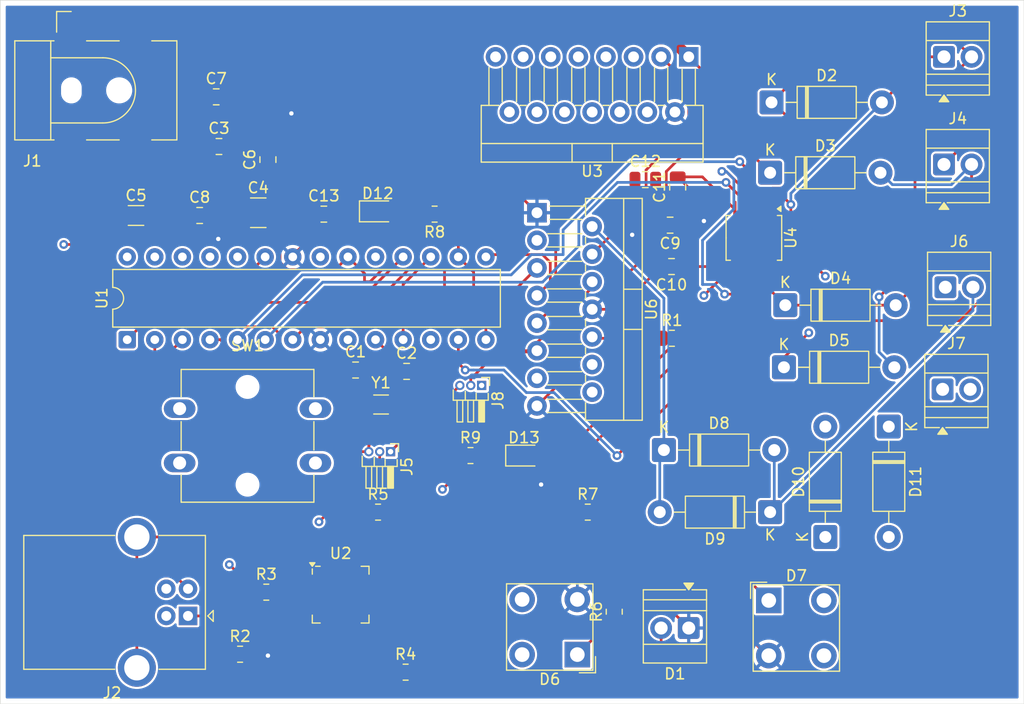
<source format=kicad_pcb>
(kicad_pcb (version 20241229) (generator "pcbnew") (generator_version "9.0")
  (layers (0 "F.Cu" signal) (4 "In1.Cu" signal) (6 "In2.Cu" signal) (2 "B.Cu" signal) (13 "F.Paste" user) (15 "B.Paste" user) (5 "F.SilkS" user "F.Silkscreen") (7 "B.SilkS" user "B.Silkscreen") (1 "F.Mask" user) (3 "B.Mask" user) (25 "Edge.Cuts" user))
  (net 0 "")
  (net 1 "Net-(U1-XTAL1{slash}PB6)")
  (net 2 "GND")
  (net 3 "Net-(U1-XTAL2{slash}PB7)")
  (net 4 "VCC")
  (net 5 "Net-(J2-VBUS)")
  (net 6 "12V")
  (net 7 "5V")
  (net 8 "+12V")
  (net 9 "+5V")
  (net 10 "/PWR")
  (net 11 "Net-(D2-K)")
  (net 12 "Net-(D2-A)")
  (net 13 "Net-(D3-K)")
  (net 14 "Net-(D3-A)")
  (net 15 "Net-(D6-K)")
  (net 16 "Net-(D7-K)")
  (net 17 "Net-(D8-A)")
  (net 18 "Net-(D8-K)")
  (net 19 "Net-(D10-K)")
  (net 20 "Net-(D10-A)")
  (net 21 "Net-(D12-K)")
  (net 22 "Net-(D13-K)")
  (net 25 "Net-(J2-D-)")
  (net 26 "Net-(J2-D+)")
  (net 27 "Net-(J2-GND)")
  (net 28 "Net-(J5-Pin_2)")
  (net 29 "Net-(J5-Pin_3)")
  (net 30 "Net-(J8-Pin_2)")
  (net 31 "Net-(U1-PB4)")
  (net 32 "Net-(U2-D-)")
  (net 33 "Net-(U2-D+)")
  (net 34 "Net-(U2-CHR1)")
  (net 35 "Net-(SW1-A)")
  (net 38 "Net-(U1-PB0)")
  (net 39 "Net-(U1-PD4)")
  (net 42 "Net-(U1-PD7)")
  (net 43 "/RX")
  (net 44 "Net-(U1-PB1)")
  (net 45 "Net-(U1-PB5)")
  (net 46 "Net-(U1-PD6)")
  (net 47 "Net-(U1-PD3)")
  (net 50 "/TX")
  (footprint "Diode_THT:D_DO-41_SOD81_P10.16mm_Horizontal" (layer "F.Cu") (at 186.436 65.913)
    (property "Reference" "D3")
    (property "Value" "1N4007")
  )
  (footprint "Resistor_SMD:R_0805_2012Metric" (layer "F.Cu") (at 169.6485 97.155)
    (property "Reference" "R7")
    (property "Value" "330 Ohms")
  )
  (footprint "TerminalBlock:TerminalBlock_Xinya_XY308-2.54-2P_1x02_P2.54mm_Horizontal" (layer "F.Cu") (at 202.565 76.454)
    (property "Reference" "J6")
    (property "Value" "Motor_C")
  )
  (footprint "Resistor_SMD:R_0805_2012Metric" (layer "F.Cu") (at 155.5515 69.723 180)
    (property "Reference" "R8")
    (property "Value" "330 Ohms")
  )
  (footprint "Diode_THT:D_DO-41_SOD81_P10.16mm_Horizontal" (layer "F.Cu") (at 197.358 89.281 -90)
    (property "Reference" "D11")
    (property "Value" "1N4007")
  )
  (footprint "Capacitor_SMD:C_0805_2012Metric" (layer "F.Cu") (at 133.924 69.85)
    (property "Reference" "C8")
    (property "Value" "1000uF")
  )
  (footprint "TerminalBlock:TerminalBlock_Xinya_XY308-2.54-2P_1x02_P2.54mm_Horizontal" (layer "F.Cu") (at 202.311 85.852)
    (property "Reference" "J7")
    (property "Value" "Motor_D")
  )
  (footprint "Package_DFN_QFN:QFN-28-1EP_5x5mm_P0.5mm_EP3.35x3.35mm" (layer "F.Cu") (at 146.902 104.751)
    (property "Reference" "U2")
    (property "Value" "CP2102N-Axx-xQFN28")
  )
  (footprint "LED_THT:LED_BL-FL7680RGB" (layer "F.Cu") (at 186.309 105.283)
    (property "Reference" "D7")
    (property "Value" "LED")
  )
  (footprint "Diode_THT:D_DO-41_SOD81_P10.16mm_Horizontal" (layer "F.Cu") (at 176.657 91.44)
    (property "Reference" "D8")
    (property "Value" "1N4007")
  )
  (footprint "Resistor_SMD:R_0805_2012Metric" (layer "F.Cu") (at 150.3445 97.155)
    (property "Reference" "R5")
    (property "Value" "10 Ohms")
  )
  (footprint "Capacitor_SMD:C_0805_2012Metric" (layer "F.Cu") (at 174.945 66.548)
    (property "Reference" "C12")
    (property "Value" "100nF")
  )
  (footprint "Resistor_SMD:R_0805_2012Metric" (layer "F.Cu") (at 158.8535 91.948)
    (property "Reference" "R9")
    (property "Value" "330 Ohms")
  )
  (footprint "Capacitor_SMD:C_0805_2012Metric" (layer "F.Cu") (at 177.231 70.739 180)
    (property "Reference" "C9")
    (property "Value" "100 nF")
  )
  (footprint "Connector_PinHeader_1.00mm:PinHeader_1x03_P1.00mm_Horizontal" (layer "F.Cu") (at 151.495 91.589 -90)
    (property "Reference" "J5")
    (property "Value" "Conn_01x03")
  )
  (footprint "Capacitor_SMD:C_0805_2012Metric" (layer "F.Cu") (at 177.927 67.244 90)
    (property "Reference" "C11")
    (property "Value" "100nF")
  )
  (footprint "Diode_THT:D_DO-41_SOD81_P10.16mm_Horizontal" (layer "F.Cu") (at 186.563 59.436)
    (property "Reference" "D2")
    (property "Value" "1N4007")
  )
  (footprint "Diode_THT:D_DO-41_SOD81_P10.16mm_Horizontal" (layer "F.Cu") (at 187.833 78.105)
    (property "Reference" "D4")
    (property "Value" "1N4007")
  )
  (footprint "Capacitor_SMD:C_0805_2012Metric" (layer "F.Cu") (at 145.354 69.723)
    (property "Reference" "C13")
    (property "Value" "C")
  )
  (footprint "Diode_THT:D_DO-41_SOD81_P10.16mm_Horizontal" (layer "F.Cu") (at 187.706 83.82)
    (property "Reference" "D5")
    (property "Value" "1N4007")
  )
  (footprint "LED_SMD:LED_0805_2012Metric" (layer "F.Cu") (at 150.3195 69.469)
    (property "Reference" "D12")
    (property "Value" "LED")
  )
  (footprint "TerminalBlock:TerminalBlock_Xinya_XY308-2.54-2P_1x02_P2.54mm_Horizontal" (layer "F.Cu") (at 178.943 107.823 180)
    (property "Reference" "D1")
    (property "Value" "LED")
  )
  (footprint "Resistor_SMD:R_0805_2012Metric" (layer "F.Cu") (at 177.3955 81.153)
    (property "Reference" "R1")
    (property "Value" "10k")
  )
  (footprint "LED_THT:LED_BL-FL7680RGB" (layer "F.Cu") (at 168.688 110.268 180)
    (property "Reference" "D6")
    (property "Value" "LED")
  )
  (footprint "Diode_THT:D_DO-41_SOD81_P10.16mm_Horizontal" (layer "F.Cu") (at 191.516 99.441 90)
    (property "Reference" "D10")
    (property "Value" "1N4007")
  )
  (footprint "Connector_USB:USB_B_OST_USB-B1HSxx_Horizontal" (layer "F.Cu") (at 132.853 106.711 180)
    (property "Reference" "J2")
    (property "Value" "USB_B_Micro")
  )
  (footprint "Package_SO:PowerSSO-16-1EP_3.9x4.9mm_P0.5mm_EP2.5x3.61mm" (layer "F.Cu") (at 184.94 71.91 -90)
    (property "Reference" "U4")
    (property "Value" "L298N")
  )
  (footprint "Package_TO_SOT_THT:TO-220-15_P2.54x5.08mm_StaggerOdd_Lead4.58mm_Vertical" (layer "F.Cu") (at 178.943 55.245 180)
    (property "Reference" "U3")
    (property "Value" "L7805")
  )
  (footprint "Capacitor_SMD:C_0805_2012Metric" (layer "F.Cu") (at 148.275 84.074)
    (property "Reference" "C1")
    (property "Value" "22pF")
  )
  (footprint "Resistor_SMD:R_0805_2012Metric" (layer "F.Cu") (at 140.0575 104.521)
    (property "Reference" "R3")
    (property "Value" "22 Ohm")
  )
  (footprint "Resistor_SMD:R_0805_2012Metric" (layer "F.Cu") (at 137.6445 110.236)
    (property "Reference" "R2")
    (property "Value" "22 Ohm")
  )
  (footprint "Package_DIP:DIP-28_W7.62mm" (layer "F.Cu") (at 127.254 81.28 90)
    (property "Reference" "U1")
    (property "Value" "ATmega328P-P")
  )
  (footprint "TerminalBlock:TerminalBlock_Xinya_XY308-2.54-2P_1x02_P2.54mm_Horizontal" (layer "F.Cu") (at 202.438 65.151)
    (property "Reference" "J4")
    (property "Value" "Motor_B")
  )
  (footprint "Button_Switch_THT:SW_SPST_Omron_B3F-40xx" (layer "F.Cu") (at 132.08 87.63)
    (property "Reference" "SW1")
    (property "Value" "SW_SPST")
  )
  (footprint "Capacitor_SMD:C_0805_2012Metric" (layer "F.Cu") (at 135.448 58.928)
    (property "Reference" "C7")
    (property "Value" "100nF")
  )
  (footprint "Resistor_SMD:R_0805_2012Metric" (layer "F.Cu") (at 152.8845 111.887)
    (property "Reference" "R4")
    (property "Value" "330 Ohm")
  )
  (footprint "Diode_THT:D_DO-41_SOD81_P10.16mm_Horizontal" (layer "F.Cu") (at 186.436 97.155 180)
    (property "Reference" "D9")
    (property "Value" "1N4007")
  )
  (footprint "Capacitor_SMD:C_0805_2012Metric" (layer "F.Cu") (at 135.702 63.5)
    (property "Reference" "C3")
    (property "Value" "100nF")
  )
  (footprint "TerminalBlock:TerminalBlock_Xinya_XY308-2.54-2P_1x02_P2.54mm_Horizontal" (layer "F.Cu") (at 202.438 55.245)
    (property "Reference" "J3")
    (property "Value" "Motor_A")
  )
  (footprint "Crystal:Crystal_SMD_3215-2Pin_3.2x1.5mm" (layer "F.Cu") (at 150.622 87.249)
    (property "Reference" "Y1")
    (property "Value" "22pF")
  )
  (footprint "Capacitor_SMD:C_0805_2012Metric" (layer "F.Cu") (at 140.208 64.704 90)
    (property "Reference" "C6")
    (property "Value" "C")
  )
  (footprint "Connector_PinHeader_1.00mm:PinHeader_1x03_P1.00mm_Horizontal" (layer "F.Cu") (at 159.877 85.493 -90)
    (property "Reference" "J8")
    (property "Value" "Conn_01x03")
  )
  (footprint "Capacitor_SMD:C_1206_3216Metric" (layer "F.Cu") (at 128.065 69.85)
    (property "Reference" "C5")
    (property "Value" "4.7uF")
  )
  (footprint "Connector_BarrelJack:BarrelJack_CLIFF_FC681465S_SMT_Horizontal" (layer "F.Cu") (at 125.016 58.332)
    (property "Reference" "J1")
    (property "Value" "Barrel_Jack_Switch")
  )
  (footprint "Capacitor_SMD:C_0805_2012Metric" (layer "F.Cu") (at 177.358 74.549 180)
    (property "Reference" "C10")
    (property "Value" "100nF")
  )
  (footprint "Capacitor_SMD:C_0805_2012Metric" (layer "F.Cu") (at 152.974 84.201)
    (property "Reference" "C2")
    (property "Value" "22pF")
  )
  (footprint "Capacitor_SMD:C_1210_3225Metric" (layer "F.Cu") (at 139.319 69.596)
    (property "Reference" "C4")
    (property "Value" "10uF")
  )
  (footprint "LED_SMD:LED_0805_2012Metric" (layer "F.Cu") (at 163.7815 91.948)
    (property "Reference" "D13")
    (property "Value" "LED")
  )
  (footprint "Resistor_SMD:R_0805_2012Metric" (layer "F.Cu") (at 172.085 106.3225 90)
    (property "Reference" "R6")
    (property "Value" "330 Ohms")
  )
  (footprint "Package_TO_SOT_THT:TO-220-15_P2.54x5.08mm_StaggerOdd_Lead4.58mm_Vertical" (layer "F.Cu") (at 164.973 69.596 -90)
    (property "Reference" "U6")
    (property "Value" "L298N")
  )
  (gr_rect (start 115.57 50.038) (end 209.804 114.808) (stroke (width 0.05)) (fill no) (layer "Edge.Cuts"))
  (segment (start 149.225 87.102) (end 149.372 87.249) (width 0.25) (layer "F.Cu") (net 1))
  (segment (start 147.574 82.423) (end 149.225 84.074) (width 0.25) (layer "F.Cu") (net 1))
  (segment (start 147.574 81.28) (end 147.574 82.423) (width 0.25) (layer "F.Cu") (net 1))
  (segment (start 149.225 84.074) (end 149.225 87.102) (width 0.25) (layer "F.Cu") (net 1))
  (segment (start 178.978 68.689514) (end 178.978 67.345) (width 0.25) (layer "F.Cu") (net 2))
  (segment (start 136.652 68.072) (end 134.874 69.85) (width 0.25) (layer "F.Cu") (net 2))
  (segment (start 183.19 69.285) (end 180.199 66.294) (width 0.25) (layer "F.Cu") (net 2))
  (segment (start 152.698 88.475) (end 153.924 87.249) (width 0.25) (layer "F.Cu") (net 2))
  (segment (start 136.398 61.862) (end 137.414 62.878) (width 0.15) (layer "F.Cu") (net 2))
  (segment (start 175.895 66.548) (end 175.895 67.708514) (width 0.25) (layer "F.Cu") (net 2))
  (segment (start 136.652 63.5) (end 136.652 68.072) (width 0.25) (layer "F.Cu") (net 2))
  (segment (start 145.034 81.28) (end 146.177 82.423) (width 0.25) (layer "F.Cu") (net 2))
  (segment (start 164.973 69.596) (end 163.252 67.875) (width 0.25) (layer "F.Cu") (net 2))
  (segment (start 178.647514 69.02) (end 178.689 68.978514) (width 0.25) (layer "F.Cu") (net 2))
  (segment (start 141.309 63.237774) (end 140.949226 62.878) (width 0.25) (layer "F.Cu") (net 2))
  (segment (start 164.719 93.98) (end 165.354 94.615) (width 0.25) (layer "F.Cu") (net 2))
  (segment (start 176.281 70.739) (end 176.281 74.422) (width 0.25) (layer "F.Cu") (net 2))
  (segment (start 176.281 72.258) (end 170.053 78.486) (width 0.25) (layer "F.Cu") (net 2))
  (segment (start 142.551 106.11219) (end 142.551 108.02) (width 0.25) (layer "F.Cu") (net 2))
  (segment (start 164.973 87.376) (end 168.827 83.522) (width 0.25) (layer "F.Cu") (net 2))
  (segment (start 140.208 65.654) (end 141.309 64.553) (width 0.25) (layer "F.Cu") (net 2))
  (segment (start 146.177 82.926) (end 147.325 84.074) (width 0.25) (layer "F.Cu") (net 2))
  (segment (start 177.673 66.548) (end 177.927 66.294) (width 0.25) (layer "F.Cu") (net 2))
  (segment (start 140.794 66.24) (end 140.208 65.654) (width 0.25) (layer "F.Cu") (net 2))
  (segment (start 186.309 110.363) (end 186.182 110.363) (width 0.25) (layer "F.Cu") (net 2))
  (segment (start 142.367 60.452) (end 139.7 60.452) (width 0.25) (layer "F.Cu") (net 2))
  (segment (start 156.629986 67.875) (end 155.4775 69.027486) (width 0.25) (layer "F.Cu") (net 2))
  (segment (start 175.895 66.548) (end 175.895 66.802) (width 0.25) (layer "F.Cu") (net 2))
  (segment (start 155.147014 70.749) (end 152.537 70.749) (width 0.25) (layer "F.Cu") (net 2))
  (segment (start 183.642 107.823) (end 178.943 107.823) (width 0.25) (layer "F.Cu") (net 2))
  (segment (start 137.274 62.878) (end 136.652 63.5) (width 0.25) (layer "F.Cu") (net 2))
  (segment (start 175.392 71.628) (end 173.736 71.628) (width 0.25) (layer "F.Cu") (net 2))
  (segment (start 168.827 83.522) (end 168.827 79.712) (width 0.25) (layer "F.Cu") (net 2))
  (segment (start 142.494 73.533) (end 142.494 73.66) (width 0.25) (layer "F.Cu") (net 2))
  (segment (start 175.895 66.802) (end 176.281 67.188) (width 0.25) (layer "F.Cu") (net 2))
  (segment (start 150.231 70.495) (end 147.076 70.495) (width 0.25) (layer "F.Cu") (net 2))
  (segment (start 180.068486 70.358) (end 178.689 68.978514) (width 0.25) (layer "F.Cu") (net 2))
  (segment (start 176.281 70.739) (end 176.281 72.258) (width 0.25) (layer "F.Cu") (net 2))
  (segment (start 151.257 69.469) (end 150.231 70.495) (width 0.25) (layer "F.Cu") (net 2))
  (segment (start 176.281 70.739) (end 175.392 71.628) (width 0.25) (layer "F.Cu") (net 2))
  (segment (start 147.325 87.254) (end 148.546 88.475) (width 0.25) (layer "F.Cu") (net 2))
  (segment (start 142.91219 105.751) (end 142.551 106.11219) (width 0.25) (layer "F.Cu") (net 2))
  (segment (start 180.34 70.358) (end 180.068486 70.358) (width 0.25) (layer "F.Cu") (net 2))
  (segment (start 144.452 105.751) (end 142.91219 105.751) (width 0.25) (layer "F.Cu") (net 2))
  (segment (start 168.827 79.712) (end 170.053 78.486) (width 0.25) (layer "F.Cu") (net 2))
  (segment (start 139.7 60.452) (end 136.652 63.5) (width 0.25) (layer "F.Cu") (net 2))
  (segment (start 177.206486 69.02) (end 178.647514 69.02) (width 0.25) (layer "F.Cu") (net 2))
  (segment (start 153.924 87.249) (end 153.924 84.201) (width 0.25) (layer "F.Cu") (net 2))
  (segment (start 142.551 108.02) (end 140.208 110.363) (width 0.25) (layer "F.Cu") (net 2))
  (segment (start 170.053 78.486) (end 172.471 78.486) (width 0.25) (layer "F.Cu") (net 2))
  (segment (start 146.177 82.423) (end 146.177 82.926) (width 0.25) (layer "F.Cu") (net 2))
  (segment (start 168.688 105.188) (end 169.8965 106.3965) (width 0.25) (layer "F.Cu") (net 2))
  (segment (start 176.281 74.422) (end 176.408 74.549) (width 0.25) (layer "F.Cu") (net 2))
  (segment (start 137.414 62.878) (end 137.274 62.878) (width 0.25) (layer "F.Cu") (net 2))
  (segment (start 169.8965 106.3965) (end 177.5165 106.3965) (width 0.25) (layer "F.Cu") (net 2))
  (segment (start 148.546 88.475) (end 152.698 88.475) (width 0.25) (layer "F.Cu") (net 2))
  (segment (start 129.54 69.85) (end 129.54 65.356) (width 0.25) (layer "F.Cu") (net 2))
  (segment (start 178.978 67.345) (end 177.927 66.294) (width 0.25) (layer "F.Cu") (net 2))
  (segment (start 180.199 66.294) (end 177.927 66.294) (width 0.25) (layer "F.Cu") (net 2))
  (segment (start 140.794 71.96) (end 142.494 73.66) (width 0.25) (layer "F.Cu") (net 2))
  (segment (start 129.54 65.356) (end 128.016 63.832) (width 0.25) (layer "F.Cu") (net 2))
  (segment (start 140.794 69.596) (end 140.794 71.96) (width 0.25) (layer "F.Cu") (net 2))
  (segment (start 177.5165 106.3965) (end 178.943 107.823) (width 0.25) (layer "F.Cu") (net 2))
  (segment (start 136.398 58.928) (end 136.398 61.862) (width 0.15) (layer "F.Cu") (net 2))
  (segment (start 175.895 67.708514) (end 177.206486 69.02) (width 0.25) (layer "F.Cu") (net 2))
  (segment (start 172.471 78.486) (end 176.408 74.549) (width 0.25) (layer "F.Cu") (net 2))
  (segment (start 155.4775 69.027486) (end 155.4775 70.418514) (width 0.25) (layer "F.Cu") (net 2))
  (segment (start 178.689 68.978514) (end 178.978 68.689514) (width 0.25) (layer "F.Cu") (net 2))
  (segment (start 163.252 67.875) (end 156.629986 67.875) (width 0.25) (layer "F.Cu") (net 2))
  (segment (start 164.719 91.948) (end 164.719 93.98) (width 0.25) (layer "F.Cu") (net 2))
  (segment (start 140.794 69.596) (end 140.794 66.24) (width 0.25) (layer "F.Cu") (net 2))
  (segment (start 186.182 110.363) (end 183.642 107.823) (width 0.25) (layer "F.Cu") (net 2))
  (segment (start 140.949226 62.878) (end 137.414 62.878) (width 0.25) (layer "F.Cu") (net 2))
  (segment (start 131.699 72.009) (end 135.636 72.009) (width 0.25) (layer "F.Cu") (net 2))
  (segment (start 141.309 64.553) (end 141.309 63.237774) (width 0.25) (layer "F.Cu") (net 2))
  (segment (start 152.537 70.749) (end 151.257 69.469) (width 0.25) (layer "F.Cu") (net 2))
  (segment (start 146.304 69.723) (end 142.494 73.533) (width 0.25) (layer "F.Cu") (net 2))
  (segment (start 129.54 69.85) (end 131.699 72.009) (width 0.25) (layer "F.Cu") (net 2))
  (segment (start 147.325 84.074) (end 147.325 87.254) (width 0.25) (layer "F.Cu") (net 2))
  (segment (start 147.076 70.495) (end 146.304 69.723) (width 0.25) (layer "F.Cu") (net 2))
  (segment (start 155.4775 70.418514) (end 155.147014 70.749) (width 0.25) (layer "F.Cu") (net 2))
  (via (at 140.208 110.363) (size 0.8) (drill 0.4) (layers "F.Cu" "B.Cu") (net 2))
  (via (at 142.367 60.452) (size 0.8) (drill 0.4) (layers "F.Cu" "B.Cu") (net 2))
  (via (at 165.354 94.615) (size 0.8) (drill 0.4) (layers "F.Cu" "B.Cu") (net 2))
  (via (at 173.736 71.628) (size 0.8) (drill 0.4) (layers "F.Cu" "B.Cu") (net 2))
  (via (at 180.34 70.358) (size 0.8) (drill 0.4) (layers "F.Cu" "B.Cu") (net 2))
  (via (at 135.636 72.009) (size 0.8) (drill 0.4) (layers "F.Cu" "B.Cu") (net 2))
  (segment (start 163.703 88.646) (end 164.973 87.376) (width 0.25) (layer "B.Cu") (net 2))
  (segment (start 168.688 91.091) (end 164.973 87.376) (width 0.25) (layer "B.Cu") (net 2))
  (segment (start 168.688 105.188) (end 168.688 91.091) (width 0.25) (layer "B.Cu") (net 2))
  (segment (start 161.417 94.742) (end 161.417 88.646) (width 0.25) (layer "B.Cu") (net 2))
  (segment (start 165.354 94.615) (end 161.544 94.615) (width 0.25) (layer "B.Cu") (net 2))
  (segment (start 161.544 94.615) (end 161.417 94.742) (width 0.25) (layer "B.Cu") (net 2))
  (segment (start 161.417 88.646) (end 163.703 88.646) (width 0.25) (layer "B.Cu") (net 2))
  (segment (start 152.024 84.201) (end 152.024 83.19) (width 0.25) (layer "F.Cu") (net 3))
  (segment (start 152.024 83.19) (end 150.114 81.28) (width 0.25) (layer "F.Cu") (net 3))
  (segment (start 151.872 87.249) (end 151.872 84.353) (width 0.25) (layer "F.Cu") (net 3))
  (segment (start 151.872 84.353) (end 152.024 84.201) (width 0.25) (layer "F.Cu") (net 3))
  (segment (start 143.67 80.104) (end 147.873116 80.104) (width 0.25) (layer "F.Cu") (net 4))
  (segment (start 139.107 64.855) (end 139.107 70.981521) (width 0.25) (layer "F.Cu") (net 4))
  (segment (start 139.107 70.981521) (end 141.318 73.192521) (width 0.25) (layer "F.Cu") (net 4))
  (segment (start 153.141116 72.484) (end 151.978884 72.484) (width 0.25) (layer "F.Cu") (net 4))
  (segment (start 133.998 70.591226) (end 134.357774 70.951) (width 0.25) (layer "F.Cu") (net 4))
  (segment (start 153.83 74.147116) (end 153.83 73.172884) (width 0.25) (layer "F.Cu") (net 4))
  (segment (start 142.006884 74.836) (end 146.398 74.836) (width 0.25) (layer "F.Cu") (net 4))
  (segment (start 137.844 69.596) (end 137.844 66.118) (width 0.25) (layer "F.Cu") (net 4))
  (segment (start 141.318 74.147116) (end 142.006884 74.836) (width 0.25) (layer "F.Cu") (net 4))
  (segment (start 149.098 75.946) (end 149.098 75.184) (width 0.25) (layer "F.Cu") (net 4))
  (segment (start 151.29 73.172884) (end 151.29 74.262) (width 0.25) (layer "F.Cu") (net 4))
  (segment (start 151.29 74.262) (end 149.606 75.946) (width 0.25) (layer "F.Cu") (net 4))
  (segment (start 134.357774 70.951) (end 136.489 70.951) (width 0.25) (layer "F.Cu") (net 4))
  (segment (start 133.998 64.254) (end 133.998 70.591226) (width 0.25) (layer "F.Cu") (net 4))
  (segment (start 151.978884 72.484) (end 151.29 73.172884) (width 0.25) (layer "F.Cu") (net 4))
  (segment (start 141.318 73.192521) (end 141.318 74.147116) (width 0.25) (layer "F.Cu") (net 4))
  (segment (start 140.208 63.754) (end 139.107 64.855) (width 0.25) (layer "F.Cu") (net 4))
  (segment (start 147.873116 80.104) (end 153.83 74.147116) (width 0.25) (layer "F.Cu") (net 4))
  (segment (start 146.398 74.836) (end 147.574 73.66) (width 0.25) (layer "F.Cu") (net 4))
  (segment (start 149.098 75.184) (end 147.574 73.66) (width 0.25) (layer "F.Cu") (net 4))
  (segment (start 153.83 73.172884) (end 153.141116 72.484) (width 0.25) (layer "F.Cu") (net 4))
  (segment (start 149.606 75.946) (end 149.098 75.946) (width 0.25) (layer "F.Cu") (net 4))
  (segment (start 137.844 66.118) (end 140.208 63.754) (width 0.25) (layer "F.Cu") (net 4))
  (segment (start 134.752 63.5) (end 133.998 64.254) (width 0.25) (layer "F.Cu") (net 4))
  (segment (start 142.494 81.28) (end 143.67 80.104) (width 0.25) (layer "F.Cu") (net 4))
  (segment (start 136.489 70.951) (end 137.844 69.596) (width 0.25) (layer "F.Cu") (net 4))
  (segment (start 139.90728 111.089) (end 142.022 111.089) (width 0.25) (layer "F.Cu") (net 5))
  (segment (start 142.022 111.089) (end 143.002 110.109) (width 0.25) (layer "F.Cu") (net 5))
  (segment (start 132.853 106.711) (end 136.864 106.711) (width 0.25) (layer "F.Cu") (net 5))
  (segment (start 123.923 72.517) (end 126.59 69.85) (width 0.25) (layer "F.Cu") (net 5))
  (segment (start 143.002 110.109) (end 143.002 106.299) (width 0.25) (layer "F.Cu") (net 5))
  (segment (start 136.864 106.711) (end 139.482 109.329) (width 0.25) (layer "F.Cu") (net 5))
  (segment (start 139.482 110.66372) (end 139.90728 111.089) (width 0.25) (layer "F.Cu") (net 5))
  (segment (start 139.482 109.329) (end 139.482 110.66372) (width 0.25) (layer "F.Cu") (net 5))
  (segment (start 143.002 106.299) (end 143.05 106.251) (width 0.25) (layer "F.Cu") (net 5))
  (segment (start 143.05 106.251) (end 144.452 106.251) (width 0.25) (layer "F.Cu") (net 5))
  (segment (start 121.412 72.517) (end 123.923 72.517) (width 0.25) (layer "F.Cu") (net 5))
  (segment (start 144.452 106.251) (end 145.402 107.201) (width 0.25) (layer "F.Cu") (net 5))
  (via (at 121.412 72.517) (size 0.8) (drill 0.4) (layers "F.Cu" "B.Cu") (net 5))
  (segment (start 134.498 58.928) (end 134.498 58.203) (width 1) (layer "F.Cu") (net 6))
  (segment (start 177.927 68.194) (end 176.876 67.143) (width 0.25) (layer "F.Cu") (net 6))
  (segment (start 185.01 68.260822) (end 185.01 65.12481) (width 0.25) (layer "F.Cu") (net 6))
  (segment (start 184.15 62.103) (end 184.15 60.452) (width 0.25) (layer "F.Cu") (net 6))
  (segment (start 179.832 60.452) (end 181.483 58.801) (width 0.25) (layer "F.Cu") (net 6))
  (segment (start 122.016 52.832) (end 128.016 52.832) (width 1) (layer "F.Cu") (net 6))
  (segment (start 181.864 58.801) (end 182.499 58.801) (width 0.25) (layer "F.Cu") (net 6))
  (segment (start 185.01 65.12481) (end 184.686 64.80081) (width 0.25) (layer "F.Cu") (net 6))
  (segment (start 176.876 65.798486) (end 179.832 62.842486) (width 0.25) (layer "F.Cu") (net 6))
  (segment (start 185.19 69.285) (end 185.19 68.440822) (width 0.25) (layer "F.Cu") (net 6))
  (segment (start 184.686 62.639) (end 184.15 62.103) (width 0.25) (layer "F.Cu") (net 6))
  (segment (start 176.876 67.143) (end 176.876 65.798486) (width 0.25) (layer "F.Cu") (net 6))
  (segment (start 184.686 64.80081) (end 184.686 62.639) (width 0.25) (layer "F.Cu") (net 6))
  (segment (start 132.974 60.452) (end 134.498 58.928) (width 0.25) (layer "F.Cu") (net 6))
  (segment (start 134.498 58.203) (end 139.107 53.594) (width 1) (layer "F.Cu") (net 6))
  (segment (start 184.15 60.452) (end 182.499 58.801) (width 0.25) (layer "F.Cu") (net 6))
  (segment (start 177.292 53.594) (end 178.943 55.245) (width 1) (layer "F.Cu") (net 6))
  (segment (start 181.864 58.801) (end 181.864 58.166) (width 0.25) (layer "F.Cu") (net 6))
  (segment (start 179.832 62.842486) (end 179.832 60.452) (width 0.25) (layer "F.Cu") (net 6))
  (segment (start 139.107 53.594) (end 177.292 53.594) (width 1) (layer "F.Cu") (net 6))
  (segment (start 181.483 58.801) (end 181.864 58.801) (width 0.25) (layer "F.Cu") (net 6))
  (segment (start 185.19 68.440822) (end 185.01 68.260822) (width 0.25) (layer "F.Cu") (net 6))
  (segment (start 128.016 52.832) (end 128.402 52.832) (width 1) (layer "F.Cu") (net 6))
  (segment (start 132.974 69.85) (end 132.974 60.452) (width 0.25) (layer "F.Cu") (net 6))
  (segment (start 181.864 58.166) (end 178.943 55.245) (width 0.25) (layer "F.Cu") (net 6))
  (segment (start 128.402 52.832) (end 134.498 58.928) (width 1) (layer "F.Cu") (net 6))
  (segment (start 178.949 57.791) (end 178.949 61.728774) (width 0.25) (layer "F.Cu") (net 7))
  (segment (start 178.949 61.728774) (end 175.019 65.658774) (width 0.25) (layer "F.Cu") (net 7))
  (segment (start 178.308 80.932726) (end 168.368726 90.872) (width 0.25) (layer "F.Cu") (net 7))
  (segment (start 178.308 77.47) (end 178.308 81.153) (width 0.25) (layer "F.Cu") (net 7))
  (segment (start 175.019 65.658774) (end 175.019 67.577) (width 0.25) (layer "F.Cu") (net 7))
  (segment (start 178.308 77.47) (end 178.308 80.932726) (width 0.25) (layer "F.Cu") (net 7))
  (segment (start 176.403 55.245) (end 178.949 57.791) (width 0.25) (layer "F.Cu") (net 7))
  (segment (start 178.308 74.549) (end 178.308 70.866) (width 0.25) (layer "F.Cu") (net 7))
  (segment (start 168.368726 90.872) (end 152.212 90.872) (width 0.25) (layer "F.Cu") (net 7))
  (segment (start 178.308 74.549) (end 183.15 74.549) (width 0.25) (layer "F.Cu") (net 7))
  (segment (start 152.212 90.872) (end 151.495 91.589) (width 0.25) (layer "F.Cu") (net 7))
  (segment (start 175.019 67.577) (end 178.181 70.739) (width 0.25) (layer "F.Cu") (net 7))
  (segment (start 178.308 74.549) (end 178.308 77.47) (width 0.25) (layer "F.Cu") (net 7))
  (segment (start 183.15 74.549) (end 183.164 74.535) (width 0.25) (layer "F.Cu") (net 7))
  (segment (start 178.308 70.866) (end 178.181 70.739) (width 0.25) (layer "F.Cu") (net 7))
  (segment (start 170.053 73.406) (end 173.995 69.464) (width 0.25) (layer "F.Cu") (net 8))
  (segment (start 173.995 69.464) (end 173.995 66.548) (width 0.25) (layer "F.Cu") (net 8))
  (segment (start 144.404 69.723) (end 147.325 66.802) (width 0.25) (layer "F.Cu") (net 9))
  (segment (start 166.7 78.029) (end 164.973 79.756) (width 0.25) (layer "F.Cu") (net 9))
  (segment (start 166.7 68.771) (end 166.7 78.029) (width 0.25) (layer "F.Cu") (net 9))
  (segment (start 147.325 66.802) (end 164.731 66.802) (width 0.25) (layer "F.Cu") (net 9))
  (segment (start 164.731 66.802) (end 166.7 68.771) (width 0.25) (layer "F.Cu") (net 9))
  (segment (start 173.99 111.887) (end 153.797 111.887) (width 0.25) (layer "F.Cu") (net 10))
  (segment (start 176.403 107.823) (end 176.403 112.776) (width 0.25) (layer "F.Cu") (net 10))
  (segment (start 175.641 113.538) (end 173.99 111.887) (width 0.25) (layer "F.Cu") (net 10))
  (segment (start 176.403 112.776) (end 175.641 113.538) (width 0.25) (layer "F.Cu") (net 10))
  (segment (start 186.563 59.436) (end 192.08 53.919) (width 0.25) (layer "F.Cu") (net 11))
  (segment (start 186.69 59.436) (end 189.738 62.484) (width 0.25) (layer "F.Cu") (net 11))
  (segment (start 199.771 60.452) (end 204.978 55.245) (width 0.25) (layer "F.Cu") (net 11))
  (segment (start 185.69 69.285) (end 185.69 68.303012) (width 0.25) (layer "F.Cu") (net 11))
  (segment (start 197.133 76.679) (end 198.022 76.679) (width 0.25) (layer "F.Cu") (net 11))
  (segment (start 187.531514 67.339) (end 189.738 65.132514) (width 0.25) (layer "F.Cu") (net 11))
  (segment (start 185.69 68.303012) (end 186.654012 67.339) (width 0.25) (layer "F.Cu") (net 11))
  (segment (start 192.08 53.919) (end 203.652 53.919) (width 0.25) (layer "F.Cu") (net 11))
  (segment (start 198.339 72.933) (end 199.771 71.501) (width 0.25) (layer "F.Cu") (net 11))
  (segment (start 189.738 65.132514) (end 189.738 62.484) (width 0.25) (layer "F.Cu") (net 11))
  (segment (start 199.771 71.501) (end 199.771 60.452) (width 0.25) (layer "F.Cu") (net 11))
  (segment (start 186.654012 67.339) (end 187.531514 67.339) (width 0.25) (layer "F.Cu") (net 11))
  (segment (start 185.69 69.285) (end 185.69 68.440822) (width 0.25) (layer "F.Cu") (net 11))
  (segment (start 198.339 76.362) (end 198.339 72.933) (width 0.25) (layer "F.Cu") (net 11))
  (segment (start 203.652 53.919) (end 204.978 55.245) (width 0.25) (layer "F.Cu") (net 11))
  (segment (start 198.022 76.679) (end 198.339 76.362) (width 0.25) (layer "F.Cu") (net 11))
  (segment (start 186.563 59.436) (end 186.69 59.436) (width 0.25) (layer "F.Cu") (net 11))
  (segment (start 196.469 77.343) (end 197.133 76.679) (width 0.25) (layer "F.Cu") (net 11))
  (via (at 196.469 77.343) (size 0.8) (drill 0.4) (layers "F.Cu" "B.Cu") (net 11))
  (segment (start 196.469 82.423) (end 196.469 77.343) (width 0.25) (layer "B.Cu") (net 11))
  (segment (start 197.866 83.82) (end 196.469 82.423) (width 0.25) (layer "B.Cu") (net 11))
  (segment (start 187.706 82.931) (end 187.706 83.82) (width 0.25) (layer "F.Cu") (net 12))
  (segment (start 202.438 55.245) (end 200.914 55.245) (width 0.25) (layer "F.Cu") (net 12))
  (segment (start 187.691 68.184) (end 186.446822 68.184) (width 0.25) (layer "F.Cu") (net 12))
  (segment (start 186.446822 68.184) (end 186.19 68.440822) (width 0.25) (layer "F.Cu") (net 12))
  (segment (start 200.914 55.245) (end 196.723 59.436) (width 0.25) (layer "F.Cu") (net 12))
  (segment (start 189.992 80.645) (end 187.706 82.931) (width 0.25) (layer "F.Cu") (net 12))
  (segment (start 188.341 68.834) (end 187.691 68.184) (width 0.25) (layer "F.Cu") (net 12))
  (segment (start 186.19 68.440822) (end 186.19 69.285) (width 0.25) (layer "F.Cu") (net 12))
  (segment (start 188.341 68.834) (end 188.341 72.263) (width 0.25) (layer "F.Cu") (net 12))
  (segment (start 188.341 72.263) (end 191.516 75.438) (width 0.25) (layer "F.Cu") (net 12))
  (via (at 191.516 75.438) (size 0.8) (drill 0.4) (layers "F.Cu" "B.Cu") (net 12))
  (via (at 188.341 68.834) (size 0.8) (drill 0.4) (layers "F.Cu" "B.Cu") (net 12))
  (via (at 189.992 80.645) (size 0.8) (drill 0.4) (layers "F.Cu" "B.Cu") (net 12))
  (segment (start 196.723 59.436) (end 188.341 67.818) (width 0.25) (layer "B.Cu") (net 12))
  (segment (start 188.341 67.818) (end 188.341 68.834) (width 0.25) (layer "B.Cu") (net 12))
  (segment (start 190.009486 53.468) (end 185.137 58.340486) (width 0.25) (layer "F.Cu") (net 13))
  (segment (start 206.304 54.695752) (end 205.076248 53.468) (width 0.25) (layer "F.Cu") (net 13))
  (segment (start 206.431 77.003248) (end 206.431 64.728752) (width 0.25) (layer "F.Cu") (net 13))
  (segment (start 202.438 65.151) (end 206.304 61.285) (width 0.25) (layer "F.Cu") (net 13))
  (segment (start 205.527248 63.825) (end 203.764 63.825) (width 0.25) (layer "F.Cu") (net 13))
  (segment (start 206.304 61.285) (end 206.304 54.695752) (width 0.25) (layer "F.Cu") (net 13))
  (segment (start 203.903248 79.531) (end 206.431 77.003248) (width 0.25) (layer "F.Cu") (net 13))
  (segment (start 206.431 64.728752) (end 205.527248 63.825) (width 0.25) (layer "F.Cu") (net 13))
  (segment (start 203.764 63.825) (end 202.438 65.151) (width 0.25) (layer "F.Cu") (net 13))
  (segment (start 186.737486 79.531) (end 203.903248 79.531) (width 0.25) (layer "F.Cu") (net 13))
  (segment (start 185.137 58.340486) (end 185.137 64.614) (width 0.25) (layer "F.Cu") (net 13))
  (segment (start 205.076248 53.468) (end 190.009486 53.468) (width 0.25) (layer "F.Cu") (net 13))
  (segment (start 185.137 64.614) (end 186.436 65.913) (width 0.25) (layer "F.Cu") (net 13))
  (segment (start 185.19 77.983514) (end 186.737486 79.531) (width 0.25) (layer "F.Cu") (net 13))
  (segment (start 185.19 74.535) (end 185.19 77.983514) (width 0.25) (layer "F.Cu") (net 13))
  (segment (start 197.993 78.105) (end 187.833 78.105) (width 0.25) (layer "F.Cu") (net 14))
  (segment (start 185.69 75.962) (end 187.833 78.105) (width 0.25) (layer "F.Cu") (net 14))
  (segment (start 185.69 74.535) (end 185.69 75.962) (width 0.25) (layer "F.Cu") (net 14))
  (segment (start 204.978 65.151) (end 204.978 71.12) (width 0.25) (layer "F.Cu") (net 14))
  (segment (start 204.978 71.12) (end 197.993 78.105) (width 0.25) (layer "F.Cu") (net 14))
  (segment (start 203.116001 67.012999) (end 204.978 65.151) (width 0.25) (layer "B.Cu") (net 14))
  (segment (start 197.695999 67.012999) (end 203.116001 67.012999) (width 0.25) (layer "B.Cu") (net 14))
  (segment (start 196.596 65.913) (end 197.695999 67.012999) (width 0.25) (layer "B.Cu") (net 14))
  (segment (start 171.721 107.235) (end 172.085 107.235) (width 0.25) (layer "F.Cu") (net 15))
  (segment (start 168.688 110.268) (end 171.721 107.235) (width 0.25) (layer "F.Cu") (net 15))
  (segment (start 170.561 99.568) (end 170.561 97.155) (width 0.25) (layer "F.Cu") (net 16))
  (segment (start 174.498 103.505) (end 170.561 99.568) (width 0.25) (layer "F.Cu") (net 16))
  (segment (start 186.309 105.283) (end 184.531 103.505) (width 0.25) (layer "F.Cu") (net 16))
  (segment (start 184.531 103.505) (end 174.498 103.505) (width 0.25) (layer "F.Cu") (net 16))
  (segment (start 205.105 78.597669) (end 205.105 76.454) (width 0.25) (layer "B.Cu") (net 17))
  (segment (start 186.547669 97.155) (end 205.105 78.597669) (width 0.25) (layer "B.Cu") (net 17))
  (segment (start 186.436 97.155) (end 186.547669 97.155) (width 0.25) (layer "B.Cu") (net 17))
  (segment (start 186.817 96.774) (end 186.436 97.155) (width 0.25) (layer "B.Cu") (net 17))
  (segment (start 186.817 91.44) (end 186.817 96.774) (width 0.25) (layer "B.Cu") (net 17))
  (segment (start 177.3215 90.7755) (end 176.657 91.44) (width 0.25) (layer "F.Cu") (net 18))
  (segment (start 176.276 97.155) (end 176.276 91.821) (width 0.25) (layer "B.Cu") (net 18))
  (segment (start 176.276 91.821) (end 176.657 91.44) (width 0.25) (layer "B.Cu") (net 18))
  (segment (start 170.053 70.866) (end 176.657 77.47) (width 0.25) (layer "B.Cu") (net 18))
  (segment (start 176.657 77.47) (end 176.657 91.44) (width 0.25) (layer "B.Cu") (net 18))
  (segment (start 150.525 68.326) (end 149.382 69.469) (width 0.25) (layer "F.Cu") (net 21))
  (segment (start 154.639 69.723) (end 153.242 68.326) (width 0.25) (layer "F.Cu") (net 21))
  (segment (start 153.242 68.326) (end 150.525 68.326) (width 0.25) (layer "F.Cu") (net 21))
  (segment (start 159.766 91.948) (end 162.844 91.948) (width 0.25) (layer "F.Cu") (net 22))
  (segment (start 130.365884 107.887) (end 129.677 107.198116) (width 0.25) (layer "F.Cu") (net 25))
  (segment (start 129.677 107.198116) (end 129.677 103.723884) (width 0.25) (layer "F.Cu") (net 25))
  (segment (start 136.208 107.887) (end 130.365884 107.887) (width 0.25) (layer "F.Cu") (net 25))
  (segment (start 131.677 103.035) (end 132.853 104.211) (width 0.25) (layer "F.Cu") (net 25))
  (segment (start 129.677 103.723884) (end 130.365884 103.035) (width 0.25) (layer "F.Cu") (net 25))
  (segment (start 130.365884 103.035) (end 131.677 103.035) (width 0.25) (layer "F.Cu") (net 25))
  (segment (start 138.557 110.236) (end 136.208 107.887) (width 0.25) (layer "F.Cu") (net 25))
  (segment (start 138.644 104.02) (end 139.145 104.521) (width 0.25) (layer "F.Cu") (net 26))
  (segment (start 138.644 103.973) (end 138.644 104.02) (width 0.25) (layer "F.Cu") (net 26))
  (segment (start 136.652 101.981) (end 138.644 103.973) (width 0.25) (layer "F.Cu") (net 26))
  (via (at 136.652 101.981) (size 0.8) (drill 0.4) (layers "F.Cu" "B.Cu") (net 26))
  (segment (start 128.143 99.441) (end 139.06219 99.441) (width 0.25) (layer "F.Cu") (net 27))
  (segment (start 146.402 104.251) (end 146.902 104.751) (width 0.25) (layer "F.Cu") (net 27))
  (segment (start 139.06219 99.441) (end 142.99919 103.378) (width 0.25) (layer "F.Cu") (net 27))
  (segment (start 142.99919 103.378) (end 143.002 103.378) (width 0.25) (layer "F.Cu") (net 27))
  (segment (start 144.452 104.251) (end 146.402 104.251) (width 0.25) (layer "F.Cu") (net 27))
  (segment (start 143.875 104.251) (end 144.452 104.251) (width 0.25) (layer "F.Cu") (net 27))
  (segment (start 128.143 111.481) (end 128.143 99.441) (width 0.25) (layer "F.Cu") (net 27))
  (segment (start 143.002 103.378) (end 143.875 104.251) (width 0.25) (layer "F.Cu") (net 27))
  (segment (start 184.19 74.535) (end 184.19 76.875726) (width 0.25) (layer "F.Cu") (net 28))
  (segment (start 152.654 76.2) (end 155.194 73.66) (width 0.25) (layer "F.Cu") (net 28))
  (segment (start 183.976726 77.089) (end 183.999863 77.065863) (width 0.25) (layer "F.Cu") (net 28))
  (segment (start 168.736 92.329726) (end 168.736 97.155) (width 0.25) (layer "F.Cu") (net 28))
  (segment (start 150.495 91.589) (end 150.495 96.393) (width 0.25) (layer "F.Cu") (net 28))
  (segment (start 183.999863 77.065863) (end 168.736 92.329726) (width 0.25) (layer "F.Cu") (net 28))
  (segment (start 172.085 105.41) (end 168.736 102.061) (width 0.25) (layer "F.Cu") (net 28))
  (segment (start 168.736 102.061) (end 168.736 97.155) (width 0.25) (layer "F.Cu") (net 28))
  (segment (start 184.19 69.285) (end 184.19 67.59328) (width 0.25) (layer "F.Cu") (net 28))
  (segment (start 152.654 81.28) (end 152.654 76.2) (width 0.25) (layer "F.Cu") (net 28))
  (segment (start 150.495 96.393) (end 151.257 97.155) (width 0.25) (layer "F.Cu") (net 28))
  (segment (start 184.19 76.875726) (end 183.999863 77.065863) (width 0.25) (layer "F.Cu") (net 28))
  (segment (start 182.38272 65.786) (end 181.991 65.786) (width 0.25) (layer "F.Cu") (net 28))
  (segment (start 168.736 97.155) (end 151.257 97.155) (width 0.25) (layer "F.Cu") (net 28))
  (segment (start 184.19 67.59328) (end 182.38272 65.786) (width 0.25) (layer "F.Cu") (net 28))
  (segment (start 182.245 77.089) (end 183.976726 77.089) (width 0.25) (layer "F.Cu") (net 28))
  (via (at 182.245 77.089) (size 0.8) (drill 0.4) (layers "F.Cu" "B.Cu") (net 28))
  (via (at 181.991 65.786) (size 0.8) (drill 0.4) (layers "F.Cu" "B.Cu") (net 28))
  (segment (start 180.213 76.2) (end 180.213 72.136) (width 0.25) (layer "B.Cu") (net 28))
  (segment (start 182.38272 65.786) (end 183.098 66.50128) (width 0.25) (layer "B.Cu") (net 28))
  (segment (start 183.098 69.251) (end 181.229 71.12) (width 0.25) (layer "B.Cu") (net 28))
  (segment (start 180.213 76.2) (end 181.356 76.2) (width 0.25) (layer "B.Cu") (net 28))
  (segment (start 181.991 65.786) (end 182.38272 65.786) (width 0.25) (layer "B.Cu") (net 28))
  (segment (start 183.098 66.50128) (end 183.098 69.251) (width 0.25) (layer "B.Cu") (net 28))
  (segment (start 180.213 72.136) (end 181.229 71.12) (width 0.25) (layer "B.Cu") (net 28))
  (segment (start 181.356 76.2) (end 182.245 77.089) (width 0.25) (layer "B.Cu") (net 28))
  (segment (start 149.495 91.028925) (end 149.495 91.589) (width 0.25) (layer "F.Cu") (net 29))
  (segment (start 134.874 81.28) (end 135.821595 81.28) (width 0.25) (layer "F.Cu") (net 29))
  (segment (start 157.877 85.493) (end 153.993 89.377) (width 0.25) (layer "F.Cu") (net 29))
  (segment (start 149.495 90.98796) (end 149.495 91.589) (width 0.25) (layer "F.Cu") (net 29))
  (segment (start 153.993 89.377) (end 151.10596 89.377) (width 0.25) (layer "F.Cu") (net 29))
  (segment (start 135.821595 81.28) (end 146.130595 91.589) (width 0.25) (layer "F.Cu") (net 29))
  (segment (start 151.10596 89.377) (end 149.495 90.98796) (width 0.25) (layer "F.Cu") (net 29))
  (segment (start 146.130595 91.589) (end 149.495 91.589) (width 0.25) (layer "F.Cu") (net 29))
  (segment (start 141.318 80.792884) (end 141.318 81.88481) (width 0.25) (layer "F.Cu") (net 30))
  (segment (start 139.954 73.66) (end 138.277 75.337) (width 0.25) (layer "F.Cu") (net 30))
  (segment (start 170.053 76.480537) (end 164.973 81.560537) (width 0.25) (layer "F.Cu") (net 30))
  (segment (start 164.863 82.406) (end 164.973 82.296) (width 0.25) (layer "F.Cu") (net 30))
  (segment (start 128.38 80.79181) (end 129.06781 80.104) (width 0.25) (layer "F.Cu") (net 30))
  (segment (start 138.277 75.337) (end 131.275486 75.337) (width 0.25) (layer "F.Cu") (net 30))
  (segment (start 157.734 71.12) (end 157.734 73.66) (width 0.25) (layer "F.Cu") (net 30))
  (segment (start 170.053 75.946) (end 170.053 76.480537) (width 0.25) (layer "F.Cu") (net 30))
  (segment (start 152.88481 88.926) (end 156.464 85.34681) (width 0.25) (layer "F.Cu") (net 30))
  (segment (start 148.35919 88.926) (end 152.88481 88.926) (width 0.25) (layer "F.Cu") (net 30))
  (segment (start 157.734 73.66) (end 159.148 75.074) (width 0.25) (layer "F.Cu") (net 30))
  (segment (start 156.464 69.723) (end 156.464 69.85) (width 0.25) (layer "F.Cu") (net 30))
  (segment (start 161.472 82.296) (end 164.973 82.296) (width 0.25) (layer "F.Cu") (net 30))
  (segment (start 128.38 82.075514) (end 128.38 80.79181) (width 0.25) (layer "F.Cu") (net 30))
  (segment (start 141.318 81.88481) (end 148.35919 88.926) (width 0.25) (layer "F.Cu") (net 30))
  (segment (start 159.807595 82.406) (end 164.863 82.406) (width 0.25) (layer "F.Cu") (net 30))
  (segment (start 157.941 91.948) (end 157.941 93.392) (width 0.25) (layer "F.Cu") (net 30))
  (segment (start 158.877 85.493) (end 158.877 84.891) (width 0.25) (layer "F.Cu") (net 30))
  (segment (start 126.458486 82.406) (end 128.049514 82.406) (width 0.25) (layer "F.Cu") (net 30))
  (segment (start 128.049514 82.406) (end 128.38 82.075514) (width 0.25) (layer "F.Cu") (net 30))
  (segment (start 159.148 81.746405) (end 159.807595 82.406) (width 0.25) (layer "F.Cu") (net 30))
  (segment (start 164.973 81.560537) (end 164.973 82.296) (width 0.25) (layer "F.Cu") (net 30))
  (segment (start 129.06781 80.104) (end 140.629116 80.104) (width 0.25) (layer "F.Cu") (net 30))
  (segment (start 156.464 69.85) (end 157.734 71.12) (width 0.25) (layer "F.Cu") (net 30))
  (segment (start 126.128 80.484486) (end 126.128 82.075514) (width 0.25) (layer "F.Cu") (net 30))
  (segment (start 156.2735 95.0595) (end 156.21 95.123) (width 0.25) (layer "F.Cu") (net 30))
  (segment (start 159.148 75.074) (end 159.148 81.746405) (width 0.25) (layer "F.Cu") (net 30))
  (segment (start 126.128 82.075514) (end 126.458486 82.406) (width 0.25) (layer "F.Cu") (net 30))
  (segment (start 140.629116 80.104) (end 141.318 80.792884) (width 0.25) (layer "F.Cu") (net 30))
  (segment (start 131.275486 75.337) (end 126.128 80.484486) (width 0.25) (layer "F.Cu") (net 30))
  (segment (start 157.941 93.392) (end 156.2735 95.0595) (width 0.25) (layer "F.Cu") (net 30))
  (segment (start 158.877 84.891) (end 161.472 82.296) (width 0.25) (layer "F.Cu") (net 30))
  (segment (start 156.464 85.34681) (end 156.464 69.723) (width 0.25) (layer "F.Cu") (net 30))
  (via (at 156.2735 95.0595) (size 0.8) (drill 0.4) (layers "F.Cu" "B.Cu") (net 30))
  (segment (start 149.098 77.216) (end 152.654 73.66) (width 0.25) (layer "F.Cu") (net 31))
  (segment (start 170.18 81.153) (end 170.053 81.026) (width 0.25) (layer "F.Cu") (net 31))
  (segment (start 127.254 81.28) (end 130.683 77.851) (width 0.25) (layer "F.Cu") (net 31))
  (segment (start 130.683 77.851) (end 149.098 77.851) (width 0.25) (layer "F.Cu") (net 31))
  (segment (start 176.483 81.153) (end 170.18 81.153) (width 0.25) (layer "F.Cu") (net 31))
  (segment (start 149.098 77.851) (end 149.098 77.216) (width 0.25) (layer "F.Cu") (net 31))
  (segment (start 129.226 107.384926) (end 129.226 103.537074) (width 0.25) (layer "F.Cu") (net 32))
  (segment (start 135.852116 105.547) (end 141.478014 105.547) (width 0.25) (layer "F.Cu") (net 32))
  (segment (start 136.732 110.236) (end 132.077074 110.236) (width 0.25) (layer "F.Cu") (net 32))
  (segment (start 141.478014 105.547) (end 141.8085 105.216514) (width 0.25) (layer "F.Cu") (net 32))
  (segment (start 141.8085 105.216514) (end 141.8085 105.202) (width 0.25) (layer "F.Cu") (net 32))
  (segment (start 141.8085 105.202) (end 141.8575 105.251) (width 0.25) (layer "F.Cu") (net 32))
  (segment (start 141.8575 105.251) (end 144.452 105.251) (width 0.25) (layer "F.Cu") (net 32))
  (segment (start 129.226 103.537074) (end 130.179074 102.584) (width 0.25) (layer "F.Cu") (net 32))
  (segment (start 132.889116 102.584) (end 135.852116 105.547) (width 0.25) (layer "F.Cu") (net 32))
  (segment (start 132.077074 110.236) (end 129.226 107.384926) (width 0.25) (layer "F.Cu") (net 32))
  (segment (start 130.179074 102.584) (end 132.889116 102.584) (width 0.25) (layer "F.Cu") (net 32))
  (segment (start 144.452 104.751) (end 141.2 104.751) (width 0.25) (layer "F.Cu") (net 33))
  (segment (start 141.2 104.751) (end 140.97 104.521) (width 0.25) (layer "F.Cu") (net 33))
  (segment (start 151.972 110.771) (end 148.402 107.201) (width 0.25) (layer "F.Cu") (net 34))
  (segment (start 151.972 111.887) (end 151.972 110.771) (width 0.25) (layer "F.Cu") (net 34))
  (segment (start 144.907 98.044) (end 145.796 97.155) (width 0.25) (layer "F.Cu") (net 35))
  (segment (start 145.796 97.155) (end 149.432 97.155) (width 0.25) (layer "F.Cu") (net 35))
  (via (at 144.907 98.044) (size 0.8) (drill 0.4) (layers "F.Cu" "B.Cu") (net 35))
  (segment (start 160.274 79.375) (end 164.973 74.676) (width 0.25) (layer "F.Cu") (net 38))
  (segment (start 160.274 81.28) (end 160.274 79.375) (width 0.25) (layer "F.Cu") (net 38))
  (segment (start 182.372 66.802) (end 183.69 68.12) (width 0.25) (layer "F.Cu") (net 39))
  (segment (start 183.69 68.12) (end 183.69 69.285) (width 0.25) (layer "F.Cu") (net 39))
  (via (at 182.372 66.802) (size 0.8) (drill 0.4) (layers "F.Cu" "B.Cu") (net 39))
  (segment (start 168.827 72.643826) (end 168.827 70.358174) (width 0.25) (layer "B.Cu") (net 39))
  (segment (start 168.827 70.358174) (end 172.383174 66.802) (width 0.25) (layer "B.Cu") (net 39))
  (segment (start 145.244 75.99) (end 165.480826 75.99) (width 0.25) (layer "B.Cu") (net 39))
  (segment (start 139.954 81.28) (end 145.244 75.99) (width 0.25) (layer "B.Cu") (net 39))
  (segment (start 172.383174 66.802) (end 182.372 66.802) (width 0.25) (layer "B.Cu") (net 39))
  (segment (start 165.480826 75.99) (end 168.827 72.643826) (width 0.25) (layer "B.Cu") (net 39))
  (segment (start 157.734 81.28) (end 157.734 83.439) (width 0.25) (layer "F.Cu") (net 42))
  (segment (start 184.69 74.535) (end 184.69 79.597) (width 0.25) (layer "F.Cu") (net 42))
  (segment (start 157.734 83.439) (end 158.369 84.074) (width 0.25) (layer "F.Cu") (net 42))
  (segment (start 184.69 79.597) (end 172.339 91.948) (width 0.25) (layer "F.Cu") (net 42))
  (via (at 172.339 91.948) (size 0.8) (drill 0.4) (layers "F.Cu" "B.Cu") (net 42))
  (via (at 158.369 84.074) (size 0.8) (drill 0.4) (layers "F.Cu" "B.Cu") (net 42))
  (segment (start 161.925 84.074) (end 159.131 84.074) (width 0.25) (layer "B.Cu") (net 42))
  (segment (start 164.001 86.15) (end 162.306 84.455) (width 0.25) (layer "B.Cu") (net 42))
  (segment (start 162.306 84.455) (end 161.925 84.074) (width 0.25) (layer "B.Cu") (net 42))
  (segment (start 159.131 84.074) (end 158.369 84.074) (width 0.25) (layer "B.Cu") (net 42))
  (segment (start 166.541 86.15) (end 164.001 86.15) (width 0.25) (layer "B.Cu") (net 42))
  (segment (start 172.339 91.948) (end 166.541 86.15) (width 0.25) (layer "B.Cu") (net 42))
  (segment (start 119.634 83.185) (end 119.761 83.058) (width 0.25) (layer "F.Cu") (net 43))
  (segment (start 129.14737 83.058) (end 119.761 83.058) (width 0.25) (layer "F.Cu") (net 43))
  (segment (start 146.025154 101.473) (end 146.402 101.849846) (width 0.25) (layer "F.Cu") (net 43))
  (segment (start 143.002 102.743) (end 136.398 96.139) (width 0.25) (layer "F.Cu") (net 43))
  (segment (start 119.634 96.139) (end 119.634 83.185) (width 0.25) (layer "F.Cu") (net 43))
  (segment (start 146.402 101.849846) (end 146.402 102.301) (width 0.25) (layer "F.Cu") (net 43))
  (segment (start 129.794 82.41137) (end 129.14737 83.058) (width 0.25) (layer "F.Cu") (net 43))
  (segment (start 136.398 96.139) (end 119.634 96.139) (width 0.25) (layer "F.Cu") (net 43))
  (segment (start 129.794 81.28) (end 129.794 82.41137) (width 0.25) (layer "F.Cu") (net 43))
  (segment (start 144.272 101.473) (end 146.025154 101.473) (width 0.25) (layer "F.Cu") (net 43))
  (segment (start 143.002 102.743) (end 144.272 101.473) (width 0.25) (layer "F.Cu") (net 43))
  (segment (start 166.199 75.99) (end 164.973 77.216) (width 0.25) (layer "F.Cu") (net 44))
  (segment (start 160.484 73.45) (end 165.480826 73.45) (width 0.25) (layer "F.Cu") (net 44))
  (segment (start 160.274 73.66) (end 160.484 73.45) (width 0.25) (layer "F.Cu") (net 44))
  (segment (start 165.480826 73.45) (end 166.199 74.168174) (width 0.25) (layer "F.Cu") (net 44))
  (segment (start 166.199 74.168174) (end 166.199 75.99) (width 0.25) (layer "F.Cu") (net 44))
  (segment (start 183.642 75.946) (end 183.716 75.872) (width 0.25) (layer "F.Cu") (net 46))
  (segment (start 183.716 75.872) (end 183.716 75.405178) (width 0.25) (layer "F.Cu") (net 46))
  (segment (start 181.61 75.946) (end 183.642 75.946) (width 0.25) (layer "F.Cu") (net 46))
  (segment (start 180.34 77.216) (end 181.61 75.946) (width 0.25) (layer "F.Cu") (net 46))
  (via (at 180.34 77.216) (size 0.8) (drill 0.4) (layers "F.Cu" "B.Cu") (net 46))
  (segment (start 184.69 69.285) (end 184.69 68.507922) (width 0.15) (layer "F.Cu") (net 47))
  (segment (start 184.531 65.786) (end 184.531 67.29647) (width 0.25) (layer "F.Cu") (net 47))
  (segment (start 184.531 67.29647) (end 184.559 67.32447) (width 0.25) (layer "F.Cu") (net 47))
  (segment (start 184.609 68.426922) (end 184.609 67.37447) (width 0.15) (layer "F.Cu") (net 47))
  (segment (start 184.609 67.37447) (end 184.559 67.32447) (width 0.15) (layer "F.Cu") (net 47))
  (segment (start 183.642 64.897) (end 184.531 65.786) (width 0.25) (layer "F.Cu") (net 47))
  (segment (start 184.69 68.507922) (end 184.609 68.426922) (width 0.15) (layer "F.Cu") (net 47))
  (via (at 183.642 64.897) (size 0.8) (drill 0.4) (layers "F.Cu" "B.Cu") (net 47))
  (segment (start 167.383016 71.164348) (end 173.650364 64.897) (width 0.25) (layer "B.Cu") (net 47))
  (segment (start 173.650364 64.897) (end 183.642 64.897) (width 0.25) (layer "B.Cu") (net 47))
  (segment (start 143.383 75.311) (end 162.604174 75.311) (width 0.25) (layer "B.Cu") (net 47))
  (segment (start 137.414 81.28) (end 143.383 75.311) (width 0.25) (layer "B.Cu") (net 47))
  (segment (start 167.383016 73.45) (end 167.383016 71.164348) (width 0.25) (layer "B.Cu") (net 47))
  (segment (start 162.604174 75.311) (end 164.465174 73.45) (width 0.25) (layer "B.Cu") (net 47))
  (segment (start 164.465174 73.45) (end 167.383016 73.45) (width 0.25) (layer "B.Cu") (net 47))
  (segment (start 146.902 101.712036) (end 146.902 102.301) (width 0.25) (layer "F.Cu") (net 50))
  (segment (start 129.159 84.455) (end 123.063 84.455) (width 0.25) (layer "F.Cu") (net 50))
  (segment (start 127.184 95.688) (end 136.58481 95.688) (width 0.25) (layer "F.Cu") (net 50))
  (segment (start 146.211964 101.022) (end 146.902 101.712036) (width 0.25) (layer "F.Cu") (net 50))
  (segment (start 132.334 81.28) (end 129.159 84.455) (width 0.25) (layer "F.Cu") (net 50))
  (segment (start 123.063 84.455) (end 123.063 91.567) (width 0.25) (layer "F.Cu") (net 50))
  (segment (start 141.91881 101.022) (end 146.211964 101.022) (width 0.25) (layer "F.Cu") (net 50))
  (segment (start 136.58481 95.688) (end 141.91881 101.022) (width 0.25) (layer "F.Cu") (net 50))
  (segment (start 123.063 91.567) (end 127.184 95.688) (width 0.25) (layer "F.Cu") (net 50))
  (zone (net 2) (net_name "GND") (layer "B.Cu") (name "B_GND") (priority 3) (connect_pads (clearance 0.2)) (min_thickness 0.2) (fill yes (thermal_gap 0.3) (thermal_bridge_width 0.3))
    (polygon (pts (xy 115.57 50.038) (xy 209.804 50.038) (xy 209.804 114.808) (xy 115.57 114.808)))
  )
)
</source>
